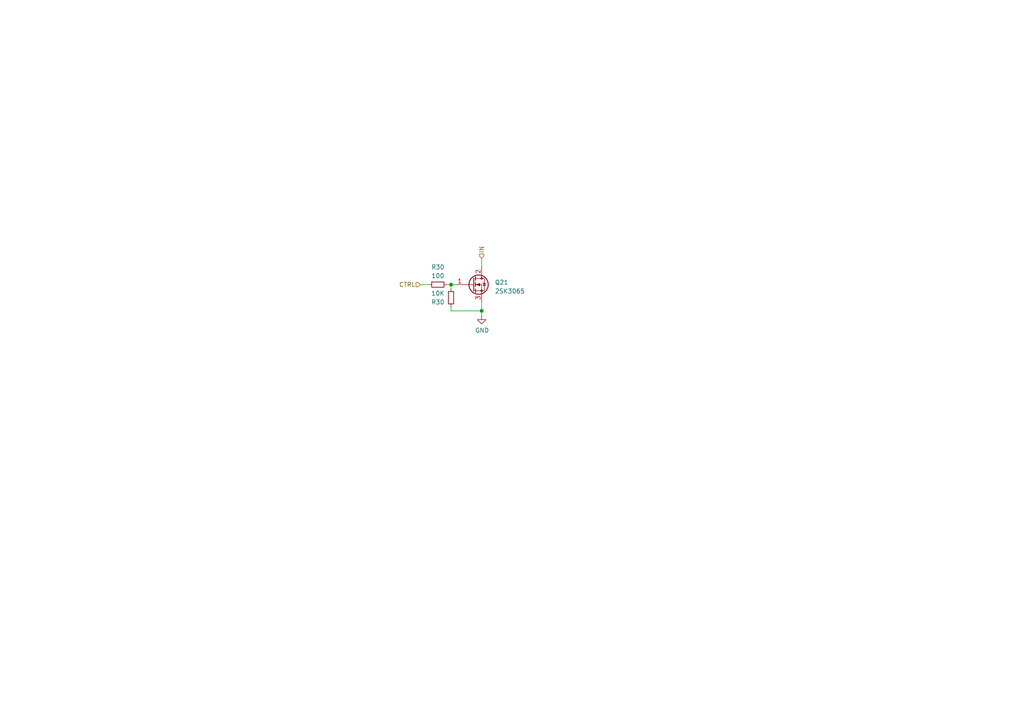
<source format=kicad_sch>
(kicad_sch (version 20230121) (generator eeschema)
  (paper "A4")
  (lib_symbols
    (symbol "Device:Q_NMOS_GDS" (pin_names (offset 0) hide)
      (property "Reference" "Q" (at 5.08 1.27 0))
      (property "Value" "Q_NMOS_GDS" (at 5.08 -1.27 0))
      (symbol "Q_NMOS_GDS_0_1"
        (polyline (pts (xy 0.254 0) (xy -2.54 0)))
        (polyline (pts (xy 0.254 1.905) (xy 0.254 -1.905)) (stroke (width 0.254)))
        (polyline (pts (xy 0.762 -1.27) (xy 0.762 -2.286)) (stroke (width 0.254)))
        (polyline (pts (xy 0.762 0.508) (xy 0.762 -0.508)) (stroke (width 0.254)))
        (polyline (pts (xy 0.762 2.286) (xy 0.762 1.27)) (stroke (width 0.254)))
        (polyline (pts (xy 2.54 2.54) (xy 2.54 1.778)))
        (polyline (pts (xy 2.54 -2.54) (xy 2.54 0) (xy 0.762 0)))
        (polyline (pts (xy 0.762 -1.778) (xy 3.302 -1.778) (xy 3.302 1.778) (xy 0.762 1.778)))
        (polyline (pts (xy 1.016 0) (xy 2.032 0.381) (xy 2.032 -0.381) (xy 1.016 0)) (fill (type outline)))
        (polyline (pts (xy 2.794 0.508) (xy 2.921 0.381) (xy 3.683 0.381) (xy 3.81 0.254)))
        (polyline (pts (xy 3.302 0.381) (xy 2.921 -0.254) (xy 3.683 -0.254) (xy 3.302 0.381)))
        (circle (center 1.651 0) (radius 2.794) (stroke (width 0.254)))
        (circle (center 2.54 -1.778) (radius 0.254) (fill (type outline)))
        (circle (center 2.54 1.778) (radius 0.254) (fill (type outline)))
      )
      (symbol "Q_NMOS_GDS_1_1"
        (pin input line (at -5.08 0 0) (length 2.54) (name "G") (number "1"))
        (pin passive line (at 2.54 5.08 270) (length 2.54) (name "D") (number "2"))
        (pin passive line (at 2.54 -5.08 90) (length 2.54) (name "S") (number "3"))
      )
    )
    (symbol "Device:R_Small" (pin_numbers hide) (pin_names (offset 0.254) hide)
      (property "Reference" "R" (at 0.762 0.508 0))
      (property "Value" "R_Small" (at 0.762 -1.016 0))
      (symbol "R_Small_0_1"
        (rectangle (start -0.762 1.778) (end 0.762 -1.778) (stroke (width 0.2032)))
      )
      (symbol "R_Small_1_1"
        (pin passive line (at 0 2.54 270) (length 0.762) (name "~") (number "1"))
        (pin passive line (at 0 -2.54 90) (length 0.762) (name "~") (number "2"))
      )
    )
    (symbol "power:GND" (power) (pin_names (offset 0))
      (property "Value" "GND" (at 0 -3.81 0))
      (symbol "GND_0_1"
        (polyline (pts (xy 0 0) (xy 0 -1.27) (xy 1.27 -1.27) (xy 0 -2.54) (xy -1.27 -1.27) (xy 0 -1.27)))
      )
      (symbol "GND_1_1"
        (pin power_in line (at 0 0 270) (length 0) hide (name "GND") (number "1"))
      )
    )
  )
  (junction (at 139.7 90.17))
  (junction (at 130.81 82.55))
  (wire (pts (xy 130.81 82.55) (xy 130.81 83.82)))
  (wire (pts (xy 129.54 82.55) (xy 130.81 82.55)))
  (wire (pts (xy 139.7 87.63) (xy 139.7 90.17)))
  (wire (pts (xy 139.7 74.93) (xy 139.7 77.47)))
  (wire (pts (xy 130.81 82.55) (xy 132.08 82.55)))
  (wire (pts (xy 130.81 90.17) (xy 139.7 90.17)))
  (wire (pts (xy 130.81 88.9) (xy 130.81 90.17)))
  (wire (pts (xy 139.7 90.17) (xy 139.7 91.44)))
  (wire (pts (xy 121.92 82.55) (xy 124.46 82.55)))
  (hierarchical_label "CTRL" (shape input) (at 121.92 82.55 180))
  (hierarchical_label "IN" (shape input) (at 139.7 74.93 90))
  (symbol (lib_id "Device:Q_NMOS_GDS") (at 137.16 82.55 0) (unit 1)
    (property "Reference" "Q21" (at 143.51 81.915 0) (effects (justify left)))
    (property "Value" "2SK3065" (at 143.51 84.455 0) (effects (justify left)))
    (property "Footprint" "Package_TO_SOT_SMD:SOT-89-3" (effects hide))
    (instances (project "PUTM_EV_BMS_HV_Master_2021" (path "" (reference "Q21") (unit 1)) (path "" (reference "Q15") (unit 1)) (path "" (reference "Q16") (unit 1)) (path "" (reference "Q17") (unit 1)) (path "" (reference "Q18") (unit 1)) (path "" (reference "Q19") (unit 1)) (path "" (reference "Q20") (unit 1))))
  )
  (symbol (lib_id "power:GND") (at 139.7 91.44 0) (unit 1)
    (property "Reference" "#PWR027" (effects hide))
    (property "Value" "GND" (at 139.827 95.8342 0))
    (instances (project "PUTM_EV_BMS_HV_Master_2021" (path "" (reference "#PWR027") (unit 1)) (path "" (reference "#PWR034") (unit 1)) (path "" (reference "#PWR034") (unit 1)) (path "" (reference "#PWR035") (unit 1)) (path "" (reference "#PWR037") (unit 1)) (path "" (reference "#PWR038") (unit 1)) (path "" (reference "#PWR039") (unit 1)) (path "" (reference "#PWR040") (unit 1)) (path "" (reference "#PWR041") (unit 1))))
  )
  (symbol (lib_id "Device:R_Small") (at 127 82.55 270) (unit 1)
    (property "Reference" "R30" (at 127 77.47 90))
    (property "Value" "100" (at 127 80.01 90))
    (property "Footprint" "Resistor_SMD:R_0603_1608Metric" (effects hide))
    (instances (project "PUTM_EV_BMS_HV_Master_2021" (path "" (reference "R30") (unit 1)) (path "" (reference "R22") (unit 1)) (path "" (reference "R43") (unit 1)) (path "" (reference "R41") (unit 1)) (path "" (reference "R42") (unit 1)) (path "" (reference "R41") (unit 1)) (path "" (reference "R41") (unit 1)) (path "" (reference "R48") (unit 1)) (path "" (reference "R55") (unit 1)) (path "" (reference "R73") (unit 1)) (path "" (reference "R75") (unit 1)) (path "" (reference "R78") (unit 1)) (path "" (reference "R80") (unit 1))))
  )
  (symbol (lib_id "Device:R_Small") (at 130.81 86.36 0) (unit 1)
    (property "Reference" "R30" (at 127 87.63 0))
    (property "Value" "10K" (at 127 85.09 0))
    (property "Footprint" "Resistor_SMD:R_0603_1608Metric" (effects hide))
    (instances (project "PUTM_EV_BMS_HV_Master_2021" (path "" (reference "R30") (unit 1)) (path "" (reference "R22") (unit 1)) (path "" (reference "R43") (unit 1)) (path "" (reference "R41") (unit 1)) (path "" (reference "R42") (unit 1)) (path "" (reference "R47") (unit 1)) (path "" (reference "R47") (unit 1)) (path "" (reference "R54") (unit 1)) (path "" (reference "R56") (unit 1)) (path "" (reference "R74") (unit 1)) (path "" (reference "R76") (unit 1)) (path "" (reference "R79") (unit 1)) (path "" (reference "R81") (unit 1))))
  )
)
</source>
